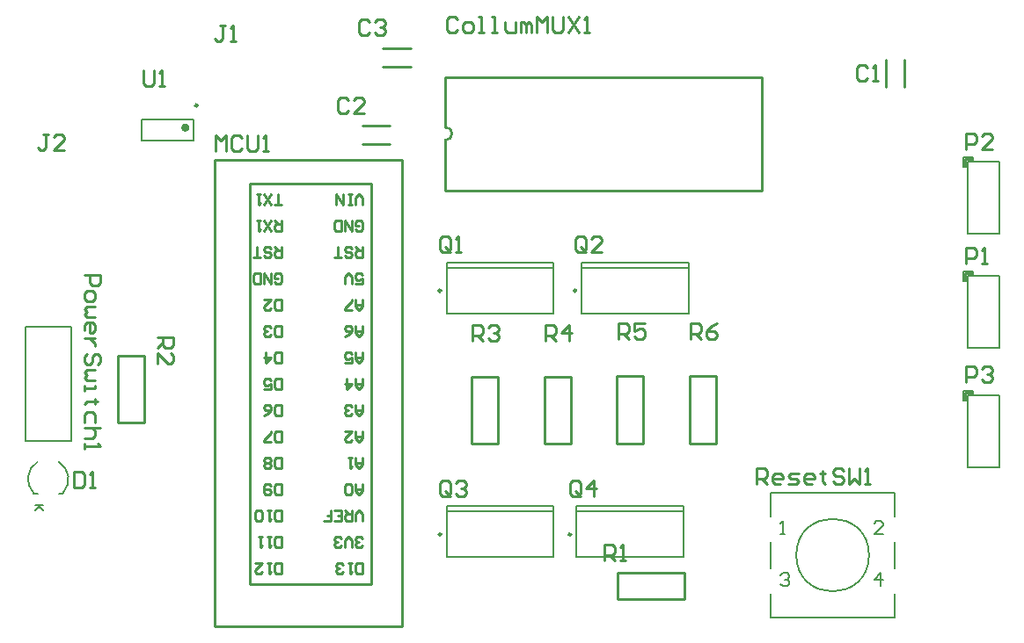
<source format=gto>
G04 Layer_Color=15132400*
%FSLAX43Y43*%
%MOMM*%
G71*
G01*
G75*
%ADD11C,0.254*%
%ADD12C,0.250*%
%ADD28C,0.127*%
%ADD29C,0.400*%
%ADD30C,0.200*%
%ADD31C,0.178*%
%ADD32C,0.152*%
D11*
X42730Y46985D02*
G03*
X42730Y48255I0J635D01*
G01*
Y46985D02*
G03*
X42730Y48255I0J635D01*
G01*
X59278Y2730D02*
Y5270D01*
Y2730D02*
X65755D01*
Y5270D01*
X59278D02*
X65755D01*
X47770Y17745D02*
Y24222D01*
X45230Y17745D02*
X47770D01*
X45230D02*
Y24222D01*
X47770D01*
X54770Y17745D02*
Y24222D01*
X52230Y17745D02*
X54770D01*
X52230D02*
Y24222D01*
X54770D01*
X59230Y17778D02*
Y24255D01*
X61770D01*
Y17778D02*
Y24255D01*
X59230Y17778D02*
X61770D01*
X66230D02*
Y24255D01*
X68770D01*
Y17778D02*
Y24255D01*
X66230Y17778D02*
X68770D01*
X11230Y19778D02*
X13770D01*
Y26255D01*
X11230D02*
X13770D01*
X11230Y19778D02*
Y26255D01*
X36730Y54111D02*
X39397D01*
X36730Y55889D02*
X39397D01*
X42730Y42159D02*
Y46985D01*
Y48255D02*
Y53081D01*
X73210D01*
Y42159D02*
Y53081D01*
X42730Y42159D02*
X73210D01*
X42730D02*
Y46985D01*
Y48255D02*
Y53081D01*
X73210D01*
Y42159D02*
Y53081D01*
X42730Y42159D02*
X73210D01*
X34730Y46611D02*
X37397D01*
X34730Y48389D02*
X37397D01*
X35596Y4196D02*
Y4704D01*
X23912Y4196D02*
X35596D01*
X23912D02*
Y42804D01*
X35596D01*
Y4704D02*
Y42804D01*
X20483Y132D02*
X38517D01*
X20483D02*
Y45090D01*
X38517D01*
Y132D02*
Y45090D01*
X85111Y52103D02*
Y54770D01*
X86889Y52103D02*
Y54770D01*
X66356Y27785D02*
Y29309D01*
X67118D01*
X67372Y29055D01*
Y28547D01*
X67118Y28293D01*
X66356D01*
X66864D02*
X67372Y27785D01*
X68895Y29309D02*
X68388Y29055D01*
X67880Y28547D01*
Y28039D01*
X68134Y27785D01*
X68641D01*
X68895Y28039D01*
Y28293D01*
X68641Y28547D01*
X67880D01*
X59346Y27785D02*
Y29309D01*
X60108D01*
X60361Y29055D01*
Y28547D01*
X60108Y28293D01*
X59346D01*
X59854D02*
X60361Y27785D01*
X61885Y29309D02*
X60869D01*
Y28547D01*
X61377Y28801D01*
X61631D01*
X61885Y28547D01*
Y28039D01*
X61631Y27785D01*
X61123D01*
X60869Y28039D01*
X52361Y27633D02*
Y29156D01*
X53123D01*
X53376Y28902D01*
Y28394D01*
X53123Y28140D01*
X52361D01*
X52869D02*
X53376Y27633D01*
X54646D02*
Y29156D01*
X53884Y28394D01*
X54900D01*
X45350Y27633D02*
Y29156D01*
X46112D01*
X46366Y28902D01*
Y28394D01*
X46112Y28140D01*
X45350D01*
X45858D02*
X46366Y27633D01*
X46874Y28902D02*
X47128Y29156D01*
X47636D01*
X47890Y28902D01*
Y28648D01*
X47636Y28394D01*
X47382D01*
X47636D01*
X47890Y28140D01*
Y27887D01*
X47636Y27633D01*
X47128D01*
X46874Y27887D01*
X55713Y12951D02*
Y13967D01*
X55459Y14221D01*
X54952D01*
X54698Y13967D01*
Y12951D01*
X54952Y12697D01*
X55459D01*
X55205Y13205D02*
X55713Y12697D01*
X55459D02*
X55713Y12951D01*
X56983Y12697D02*
Y14221D01*
X56221Y13459D01*
X57237D01*
X43216Y12951D02*
Y13967D01*
X42963Y14221D01*
X42455D01*
X42201Y13967D01*
Y12951D01*
X42455Y12697D01*
X42963D01*
X42709Y13205D02*
X43216Y12697D01*
X42963D02*
X43216Y12951D01*
X43724Y13967D02*
X43978Y14221D01*
X44486D01*
X44740Y13967D01*
Y13713D01*
X44486Y13459D01*
X44232D01*
X44486D01*
X44740Y13205D01*
Y12951D01*
X44486Y12697D01*
X43978D01*
X43724Y12951D01*
X56221Y36472D02*
Y37487D01*
X55967Y37741D01*
X55460D01*
X55206Y37487D01*
Y36472D01*
X55460Y36218D01*
X55967D01*
X55713Y36726D02*
X56221Y36218D01*
X55967D02*
X56221Y36472D01*
X57745Y36218D02*
X56729D01*
X57745Y37233D01*
Y37487D01*
X57491Y37741D01*
X56983D01*
X56729Y37487D01*
X43216Y36472D02*
Y37487D01*
X42963Y37741D01*
X42455D01*
X42201Y37487D01*
Y36472D01*
X42455Y36218D01*
X42963D01*
X42709Y36726D02*
X43216Y36218D01*
X42963D02*
X43216Y36472D01*
X43724Y36218D02*
X44232D01*
X43978D01*
Y37741D01*
X43724Y37487D01*
X33387Y50873D02*
X33133Y51127D01*
X32625D01*
X32371Y50873D01*
Y49858D01*
X32625Y49604D01*
X33133D01*
X33387Y49858D01*
X34910Y49604D02*
X33895D01*
X34910Y50619D01*
Y50873D01*
X34656Y51127D01*
X34148D01*
X33895Y50873D01*
X35393Y58366D02*
X35139Y58620D01*
X34632D01*
X34378Y58366D01*
Y57351D01*
X34632Y57097D01*
X35139D01*
X35393Y57351D01*
X35901Y58366D02*
X36155Y58620D01*
X36663D01*
X36917Y58366D01*
Y58112D01*
X36663Y57858D01*
X36409D01*
X36663D01*
X36917Y57604D01*
Y57351D01*
X36663Y57097D01*
X36155D01*
X35901Y57351D01*
X43877Y58646D02*
X43623Y58900D01*
X43115D01*
X42861Y58646D01*
Y57630D01*
X43115Y57376D01*
X43623D01*
X43877Y57630D01*
X44639Y57376D02*
X45146D01*
X45400Y57630D01*
Y58138D01*
X45146Y58392D01*
X44639D01*
X44385Y58138D01*
Y57630D01*
X44639Y57376D01*
X45908D02*
X46416D01*
X46162D01*
Y58900D01*
X45908D01*
X47178Y57376D02*
X47686D01*
X47432D01*
Y58900D01*
X47178D01*
X48447Y58392D02*
Y57630D01*
X48701Y57376D01*
X49463D01*
Y58392D01*
X49971Y57376D02*
Y58392D01*
X50225D01*
X50479Y58138D01*
Y57376D01*
Y58138D01*
X50733Y58392D01*
X50987Y58138D01*
Y57376D01*
X51494D02*
Y58900D01*
X52002Y58392D01*
X52510Y58900D01*
Y57376D01*
X53018Y58900D02*
Y57630D01*
X53272Y57376D01*
X53780D01*
X54034Y57630D01*
Y58900D01*
X54541D02*
X55557Y57376D01*
Y58900D02*
X54541Y57376D01*
X56065D02*
X56573D01*
X56319D01*
Y58900D01*
X56065Y58646D01*
X7000Y15024D02*
Y13500D01*
X7762D01*
X8016Y13754D01*
Y14770D01*
X7762Y15024D01*
X7000D01*
X8524Y13500D02*
X9031D01*
X8777D01*
Y15024D01*
X8524Y14770D01*
X21516Y58024D02*
X21008D01*
X21262D01*
Y56754D01*
X21008Y56500D01*
X20754D01*
X20500Y56754D01*
X22024Y56500D02*
X22531D01*
X22277D01*
Y58024D01*
X22024Y57770D01*
X4516Y47524D02*
X4008D01*
X4262D01*
Y46254D01*
X4008Y46000D01*
X3754D01*
X3500Y46254D01*
X6039Y46000D02*
X5024D01*
X6039Y47016D01*
Y47270D01*
X5785Y47524D01*
X5277D01*
X5024Y47270D01*
X20611Y45971D02*
Y47495D01*
X21119Y46987D01*
X21626Y47495D01*
Y45971D01*
X23150Y47241D02*
X22896Y47495D01*
X22388D01*
X22134Y47241D01*
Y46225D01*
X22388Y45971D01*
X22896D01*
X23150Y46225D01*
X23658Y47495D02*
Y46225D01*
X23912Y45971D01*
X24420D01*
X24673Y46225D01*
Y47495D01*
X25181Y45971D02*
X25689D01*
X25435D01*
Y47495D01*
X25181Y47241D01*
X92798Y35126D02*
Y36649D01*
X93559D01*
X93813Y36395D01*
Y35887D01*
X93559Y35633D01*
X92798D01*
X94321Y35126D02*
X94829D01*
X94575D01*
Y36649D01*
X94321Y36395D01*
X92798Y46124D02*
Y47647D01*
X93559D01*
X93813Y47393D01*
Y46886D01*
X93559Y46632D01*
X92798D01*
X95337Y46124D02*
X94321D01*
X95337Y47139D01*
Y47393D01*
X95083Y47647D01*
X94575D01*
X94321Y47393D01*
X92798Y23645D02*
Y25168D01*
X93559D01*
X93813Y24914D01*
Y24407D01*
X93559Y24153D01*
X92798D01*
X94321Y24914D02*
X94575Y25168D01*
X95083D01*
X95337Y24914D01*
Y24660D01*
X95083Y24407D01*
X94829D01*
X95083D01*
X95337Y24153D01*
Y23899D01*
X95083Y23645D01*
X94575D01*
X94321Y23899D01*
X8000Y34000D02*
X9524D01*
Y33238D01*
X9270Y32984D01*
X8762D01*
X8508Y33238D01*
Y34000D01*
X8000Y32223D02*
Y31715D01*
X8254Y31461D01*
X8762D01*
X9016Y31715D01*
Y32223D01*
X8762Y32476D01*
X8254D01*
X8000Y32223D01*
X9016Y30953D02*
X8254D01*
X8000Y30699D01*
X8254Y30445D01*
X8000Y30191D01*
X8254Y29937D01*
X9016D01*
X8000Y28668D02*
Y29176D01*
X8254Y29429D01*
X8762D01*
X9016Y29176D01*
Y28668D01*
X8762Y28414D01*
X8508D01*
Y29429D01*
X9016Y27906D02*
X8000D01*
X8508D01*
X8762Y27652D01*
X9016Y27398D01*
Y27144D01*
X9270Y25367D02*
X9524Y25621D01*
Y26129D01*
X9270Y26382D01*
X9016D01*
X8762Y26129D01*
Y25621D01*
X8508Y25367D01*
X8254D01*
X8000Y25621D01*
Y26129D01*
X8254Y26382D01*
X9016Y24859D02*
X8254D01*
X8000Y24605D01*
X8254Y24351D01*
X8000Y24097D01*
X8254Y23843D01*
X9016D01*
X8000Y23335D02*
Y22828D01*
Y23082D01*
X9016D01*
Y23335D01*
X9270Y21812D02*
X9016D01*
Y22066D01*
Y21558D01*
Y21812D01*
X8254D01*
X8000Y21558D01*
X9016Y19781D02*
Y20542D01*
X8762Y20796D01*
X8254D01*
X8000Y20542D01*
Y19781D01*
X9524Y19273D02*
X8000D01*
X8762D01*
X9016Y19019D01*
Y18511D01*
X8762Y18257D01*
X8000D01*
Y17749D02*
Y17241D01*
Y17495D01*
X9524D01*
X9270Y17749D01*
X15000Y28000D02*
X16524D01*
Y27238D01*
X16270Y26984D01*
X15762D01*
X15508Y27238D01*
Y28000D01*
Y27492D02*
X15000Y26984D01*
Y25461D02*
Y26476D01*
X16016Y25461D01*
X16270D01*
X16524Y25715D01*
Y26223D01*
X16270Y26476D01*
X58000Y6500D02*
Y8024D01*
X58762D01*
X59016Y7770D01*
Y7262D01*
X58762Y7008D01*
X58000D01*
X58508D02*
X59016Y6500D01*
X59524D02*
X60031D01*
X59777D01*
Y8024D01*
X59524Y7770D01*
X72681Y13815D02*
Y15339D01*
X73443D01*
X73696Y15085D01*
Y14577D01*
X73443Y14323D01*
X72681D01*
X73189D02*
X73696Y13815D01*
X74966D02*
X74458D01*
X74204Y14069D01*
Y14577D01*
X74458Y14831D01*
X74966D01*
X75220Y14577D01*
Y14323D01*
X74204D01*
X75728Y13815D02*
X76490D01*
X76743Y14069D01*
X76490Y14323D01*
X75982D01*
X75728Y14577D01*
X75982Y14831D01*
X76743D01*
X78013Y13815D02*
X77505D01*
X77251Y14069D01*
Y14577D01*
X77505Y14831D01*
X78013D01*
X78267Y14577D01*
Y14323D01*
X77251D01*
X79029Y15085D02*
Y14831D01*
X78775D01*
X79283D01*
X79029D01*
Y14069D01*
X79283Y13815D01*
X81060Y15085D02*
X80806Y15339D01*
X80298D01*
X80044Y15085D01*
Y14831D01*
X80298Y14577D01*
X80806D01*
X81060Y14323D01*
Y14069D01*
X80806Y13815D01*
X80298D01*
X80044Y14069D01*
X81568Y15339D02*
Y13815D01*
X82076Y14323D01*
X82584Y13815D01*
Y15339D01*
X83091Y13815D02*
X83599D01*
X83345D01*
Y15339D01*
X83091Y15085D01*
X13626Y53718D02*
Y52448D01*
X13880Y52194D01*
X14388D01*
X14641Y52448D01*
Y53718D01*
X15149Y52194D02*
X15657D01*
X15403D01*
Y53718D01*
X15149Y53464D01*
X83316Y53970D02*
X83062Y54224D01*
X82554D01*
X82300Y53970D01*
Y52954D01*
X82554Y52700D01*
X83062D01*
X83316Y52954D01*
X83824Y52700D02*
X84331D01*
X84077D01*
Y54224D01*
X83824Y53970D01*
X26960Y5212D02*
Y6228D01*
X26452D01*
X26283Y6059D01*
Y5382D01*
X26452Y5212D01*
X26960D01*
X25944Y6228D02*
X25606D01*
X25775D01*
Y5212D01*
X25944Y5382D01*
X24421Y6228D02*
X25098D01*
X24421Y5551D01*
Y5382D01*
X24590Y5212D01*
X24929D01*
X25098Y5382D01*
X26960Y7752D02*
Y8768D01*
X26452D01*
X26283Y8599D01*
Y7922D01*
X26452Y7752D01*
X26960D01*
X25944Y8768D02*
X25606D01*
X25775D01*
Y7752D01*
X25944Y7922D01*
X25098Y8768D02*
X24759D01*
X24929D01*
Y7752D01*
X25098Y7922D01*
X26960Y10292D02*
Y11308D01*
X26452D01*
X26283Y11139D01*
Y10462D01*
X26452Y10292D01*
X26960D01*
X25944Y11308D02*
X25606D01*
X25775D01*
Y10292D01*
X25944Y10462D01*
X25098D02*
X24929Y10292D01*
X24590D01*
X24421Y10462D01*
Y11139D01*
X24590Y11308D01*
X24929D01*
X25098Y11139D01*
Y10462D01*
X26960Y17912D02*
Y18928D01*
X26452D01*
X26283Y18759D01*
Y18082D01*
X26452Y17912D01*
X26960D01*
X25944D02*
X25267D01*
Y18082D01*
X25944Y18759D01*
Y18928D01*
X26960Y15372D02*
Y16388D01*
X26452D01*
X26283Y16219D01*
Y15542D01*
X26452Y15372D01*
X26960D01*
X25944Y15542D02*
X25775Y15372D01*
X25436D01*
X25267Y15542D01*
Y15711D01*
X25436Y15880D01*
X25267Y16049D01*
Y16219D01*
X25436Y16388D01*
X25775D01*
X25944Y16219D01*
Y16049D01*
X25775Y15880D01*
X25944Y15711D01*
Y15542D01*
X25775Y15880D02*
X25436D01*
X26960Y12832D02*
Y13848D01*
X26452D01*
X26283Y13679D01*
Y13002D01*
X26452Y12832D01*
X26960D01*
X25944Y13679D02*
X25775Y13848D01*
X25436D01*
X25267Y13679D01*
Y13002D01*
X25436Y12832D01*
X25775D01*
X25944Y13002D01*
Y13171D01*
X25775Y13340D01*
X25267D01*
X26960Y25532D02*
Y26548D01*
X26452D01*
X26283Y26379D01*
Y25702D01*
X26452Y25532D01*
X26960D01*
X25436Y26548D02*
Y25532D01*
X25944Y26040D01*
X25267D01*
X26960Y22992D02*
Y24008D01*
X26452D01*
X26283Y23839D01*
Y23162D01*
X26452Y22992D01*
X26960D01*
X25267D02*
X25944D01*
Y23500D01*
X25606Y23331D01*
X25436D01*
X25267Y23500D01*
Y23839D01*
X25436Y24008D01*
X25775D01*
X25944Y23839D01*
X26960Y20452D02*
Y21468D01*
X26452D01*
X26283Y21299D01*
Y20622D01*
X26452Y20452D01*
X26960D01*
X25267D02*
X25606Y20622D01*
X25944Y20960D01*
Y21299D01*
X25775Y21468D01*
X25436D01*
X25267Y21299D01*
Y21129D01*
X25436Y20960D01*
X25944D01*
X26283Y33322D02*
X26452Y33152D01*
X26791D01*
X26960Y33322D01*
Y33999D01*
X26791Y34168D01*
X26452D01*
X26283Y33999D01*
Y33660D01*
X26621D01*
X25944Y34168D02*
Y33152D01*
X25267Y34168D01*
Y33152D01*
X24929D02*
Y34168D01*
X24421D01*
X24252Y33999D01*
Y33322D01*
X24421Y33152D01*
X24929D01*
X26960Y30612D02*
Y31628D01*
X26452D01*
X26283Y31459D01*
Y30782D01*
X26452Y30612D01*
X26960D01*
X25267Y31628D02*
X25944D01*
X25267Y30951D01*
Y30782D01*
X25436Y30612D01*
X25775D01*
X25944Y30782D01*
X26960Y28072D02*
Y29088D01*
X26452D01*
X26283Y28919D01*
Y28242D01*
X26452Y28072D01*
X26960D01*
X25944Y28242D02*
X25775Y28072D01*
X25436D01*
X25267Y28242D01*
Y28411D01*
X25436Y28580D01*
X25606D01*
X25436D01*
X25267Y28749D01*
Y28919D01*
X25436Y29088D01*
X25775D01*
X25944Y28919D01*
X26960Y40772D02*
X26283D01*
X26621D01*
Y41788D01*
X25944Y40772D02*
X25267Y41788D01*
Y40772D02*
X25944Y41788D01*
X24929D02*
X24590D01*
X24759D01*
Y40772D01*
X24929Y40942D01*
X26960Y39248D02*
Y38232D01*
X26452D01*
X26283Y38402D01*
Y38740D01*
X26452Y38909D01*
X26960D01*
X26621D02*
X26283Y39248D01*
X25944Y38232D02*
X25267Y39248D01*
Y38232D02*
X25944Y39248D01*
X24929D02*
X24590D01*
X24759D01*
Y38232D01*
X24929Y38402D01*
X26960Y36708D02*
Y35692D01*
X26452D01*
X26283Y35862D01*
Y36200D01*
X26452Y36369D01*
X26960D01*
X26621D02*
X26283Y36708D01*
X25267Y35862D02*
X25436Y35692D01*
X25775D01*
X25944Y35862D01*
Y36031D01*
X25775Y36200D01*
X25436D01*
X25267Y36369D01*
Y36539D01*
X25436Y36708D01*
X25775D01*
X25944Y36539D01*
X24929Y35692D02*
X24252D01*
X24590D01*
Y36708D01*
X34707D02*
Y35692D01*
X34199D01*
X34030Y35862D01*
Y36200D01*
X34199Y36369D01*
X34707D01*
X34368D02*
X34030Y36708D01*
X33014Y35862D02*
X33183Y35692D01*
X33522D01*
X33691Y35862D01*
Y36031D01*
X33522Y36200D01*
X33183D01*
X33014Y36369D01*
Y36539D01*
X33183Y36708D01*
X33522D01*
X33691Y36539D01*
X32676Y35692D02*
X31999D01*
X32337D01*
Y36708D01*
X34030Y38402D02*
X34199Y38232D01*
X34538D01*
X34707Y38402D01*
Y39079D01*
X34538Y39248D01*
X34199D01*
X34030Y39079D01*
Y38740D01*
X34368D01*
X33691Y39248D02*
Y38232D01*
X33014Y39248D01*
Y38232D01*
X32676D02*
Y39248D01*
X32168D01*
X31999Y39079D01*
Y38402D01*
X32168Y38232D01*
X32676D01*
X34707Y40772D02*
Y41449D01*
X34368Y41788D01*
X34030Y41449D01*
Y40772D01*
X33691D02*
X33353D01*
X33522D01*
Y41788D01*
X33691D01*
X33353D01*
X32845D02*
Y40772D01*
X32168Y41788D01*
Y40772D01*
X34707Y29088D02*
Y28411D01*
X34368Y28072D01*
X34030Y28411D01*
Y29088D01*
Y28580D01*
X34707D01*
X33014Y28072D02*
X33353Y28242D01*
X33691Y28580D01*
Y28919D01*
X33522Y29088D01*
X33183D01*
X33014Y28919D01*
Y28749D01*
X33183Y28580D01*
X33691D01*
X34707Y31628D02*
Y30951D01*
X34368Y30612D01*
X34030Y30951D01*
Y31628D01*
Y31120D01*
X34707D01*
X33691Y30612D02*
X33014D01*
Y30782D01*
X33691Y31459D01*
Y31628D01*
X34030Y33152D02*
X34707D01*
Y33660D01*
X34368Y33491D01*
X34199D01*
X34030Y33660D01*
Y33999D01*
X34199Y34168D01*
X34538D01*
X34707Y33999D01*
X33691Y33152D02*
Y33829D01*
X33353Y34168D01*
X33014Y33829D01*
Y33152D01*
X34707Y21468D02*
Y20791D01*
X34368Y20452D01*
X34030Y20791D01*
Y21468D01*
Y20960D01*
X34707D01*
X33691Y20622D02*
X33522Y20452D01*
X33183D01*
X33014Y20622D01*
Y20791D01*
X33183Y20960D01*
X33353D01*
X33183D01*
X33014Y21129D01*
Y21299D01*
X33183Y21468D01*
X33522D01*
X33691Y21299D01*
X34707Y24008D02*
Y23331D01*
X34368Y22992D01*
X34030Y23331D01*
Y24008D01*
Y23500D01*
X34707D01*
X33183Y24008D02*
Y22992D01*
X33691Y23500D01*
X33014D01*
X34707Y26548D02*
Y25871D01*
X34368Y25532D01*
X34030Y25871D01*
Y26548D01*
Y26040D01*
X34707D01*
X33014Y25532D02*
X33691D01*
Y26040D01*
X33353Y25871D01*
X33183D01*
X33014Y26040D01*
Y26379D01*
X33183Y26548D01*
X33522D01*
X33691Y26379D01*
X34707Y13848D02*
Y13171D01*
X34368Y12832D01*
X34030Y13171D01*
Y13848D01*
Y13340D01*
X34707D01*
X33691Y13002D02*
X33522Y12832D01*
X33183D01*
X33014Y13002D01*
Y13679D01*
X33183Y13848D01*
X33522D01*
X33691Y13679D01*
Y13002D01*
X34707Y16388D02*
Y15711D01*
X34368Y15372D01*
X34030Y15711D01*
Y16388D01*
Y15880D01*
X34707D01*
X33691Y16388D02*
X33353D01*
X33522D01*
Y15372D01*
X33691Y15542D01*
X34707Y18928D02*
Y18251D01*
X34368Y17912D01*
X34030Y18251D01*
Y18928D01*
Y18420D01*
X34707D01*
X33014Y18928D02*
X33691D01*
X33014Y18251D01*
Y18082D01*
X33183Y17912D01*
X33522D01*
X33691Y18082D01*
X34707Y10292D02*
Y10969D01*
X34368Y11308D01*
X34030Y10969D01*
Y10292D01*
X33691Y11308D02*
Y10292D01*
X33183D01*
X33014Y10462D01*
Y10800D01*
X33183Y10969D01*
X33691D01*
X33353D02*
X33014Y11308D01*
X31999Y10292D02*
X32676D01*
Y11308D01*
X31999D01*
X32676Y10800D02*
X32337D01*
X30983Y10292D02*
X31660D01*
Y10800D01*
X31321D01*
X31660D01*
Y11308D01*
X34707Y7922D02*
X34538Y7752D01*
X34199D01*
X34030Y7922D01*
Y8091D01*
X34199Y8260D01*
X34368D01*
X34199D01*
X34030Y8429D01*
Y8599D01*
X34199Y8768D01*
X34538D01*
X34707Y8599D01*
X33691Y7752D02*
Y8429D01*
X33353Y8768D01*
X33014Y8429D01*
Y7752D01*
X32676Y7922D02*
X32506Y7752D01*
X32168D01*
X31999Y7922D01*
Y8091D01*
X32168Y8260D01*
X32337D01*
X32168D01*
X31999Y8429D01*
Y8599D01*
X32168Y8768D01*
X32506D01*
X32676Y8599D01*
X34707Y5212D02*
Y6228D01*
X34199D01*
X34030Y6059D01*
Y5382D01*
X34199Y5212D01*
X34707D01*
X33691Y6228D02*
X33353D01*
X33522D01*
Y5212D01*
X33691Y5382D01*
X32845D02*
X32676Y5212D01*
X32337D01*
X32168Y5382D01*
Y5551D01*
X32337Y5720D01*
X32506D01*
X32337D01*
X32168Y5889D01*
Y6059D01*
X32337Y6228D01*
X32676D01*
X32845Y6059D01*
D12*
X42325Y32500D02*
G03*
X42325Y32500I-125J0D01*
G01*
X55325D02*
G03*
X55325Y32500I-125J0D01*
G01*
X42325Y9000D02*
G03*
X42325Y9000I-125J0D01*
G01*
X54825D02*
G03*
X54825Y9000I-125J0D01*
G01*
X18880Y50350D02*
G03*
X18880Y50350I-125J0D01*
G01*
D28*
X83500Y7000D02*
G03*
X83500Y7000I-3500J0D01*
G01*
X92722Y44421D02*
X92849D01*
Y45056D02*
X93484D01*
X92976Y44929D02*
X96024D01*
Y37944D02*
Y44929D01*
X92976Y37944D02*
X96024D01*
X92976D02*
Y44929D01*
X92849Y44421D02*
Y45056D01*
X92722Y44421D02*
Y45183D01*
X93484D01*
Y45056D02*
Y45183D01*
Y45056D02*
Y45310D01*
X92595D02*
X93484D01*
X92595Y44421D02*
Y45310D01*
Y44421D02*
X92849D01*
X92722Y21921D02*
X92849D01*
Y22556D02*
X93484D01*
X92976Y22429D02*
X96024D01*
Y15444D02*
Y22429D01*
X92976Y15444D02*
X96024D01*
X92976D02*
Y22429D01*
X92849Y21921D02*
Y22556D01*
X92722Y21921D02*
Y22683D01*
X93484D01*
Y22556D02*
Y22683D01*
Y22556D02*
Y22810D01*
X92595D02*
X93484D01*
X92595Y21921D02*
Y22810D01*
Y21921D02*
X92849D01*
X92722Y33421D02*
X92849D01*
Y34056D02*
X93484D01*
X92976Y33929D02*
X96024D01*
Y26944D02*
Y33929D01*
X92976Y26944D02*
X96024D01*
X92976D02*
Y33929D01*
X92849Y33421D02*
Y34056D01*
X92722Y33421D02*
Y34183D01*
X93484D01*
Y34056D02*
Y34183D01*
Y34056D02*
Y34310D01*
X92595D02*
X93484D01*
X92595Y33421D02*
Y34310D01*
Y33421D02*
X92849D01*
X86000Y5750D02*
Y8250D01*
X74000Y5750D02*
Y8250D01*
Y10750D02*
Y13000D01*
Y1000D02*
Y3250D01*
X86000Y10750D02*
Y13000D01*
Y1000D02*
Y3250D01*
X74000Y1000D02*
X86000D01*
X74000Y13000D02*
X86000D01*
X74000Y1000D02*
X86000D01*
X74000Y13000D02*
X86000D01*
D29*
X17900Y48200D02*
G03*
X17900Y48200I-200J0D01*
G01*
D30*
X3478Y15994D02*
G03*
X3121Y12954I1022J-1661D01*
G01*
X5943Y13021D02*
G03*
X5522Y15994I-1443J1312D01*
G01*
X42850Y34695D02*
X53150D01*
X42850Y35195D02*
X53150D01*
X42850Y30295D02*
X53150D01*
Y35195D01*
X42850Y30295D02*
Y35195D01*
X55850Y34695D02*
X66150D01*
X55850Y35195D02*
X66150D01*
X55850Y30295D02*
X66150D01*
Y35195D01*
X55850Y30295D02*
Y35195D01*
X42850Y11195D02*
X53150D01*
X42850Y11695D02*
X53150D01*
X42850Y6795D02*
X53150D01*
Y11695D01*
X42850Y6795D02*
Y11695D01*
X55350Y11195D02*
X65650D01*
X55350Y11695D02*
X65650D01*
X55350Y6795D02*
X65650D01*
Y11695D01*
X55350Y6795D02*
Y11695D01*
X13500Y49000D02*
X18500D01*
X13500Y47000D02*
X18500D01*
Y49000D01*
X13500Y47000D02*
Y49000D01*
X5858Y12936D02*
X5943Y13021D01*
X3121Y12936D02*
X3484D01*
X5516D02*
X5858D01*
X75000Y9000D02*
X75423D01*
X75212D01*
Y10270D01*
X75000Y10058D01*
X84846Y9000D02*
X84000D01*
X84846Y9846D01*
Y10058D01*
X84635Y10270D01*
X84212D01*
X84000Y10058D01*
X75000Y5058D02*
X75212Y5270D01*
X75635D01*
X75846Y5058D01*
Y4846D01*
X75635Y4635D01*
X75423D01*
X75635D01*
X75846Y4423D01*
Y4212D01*
X75635Y4000D01*
X75212D01*
X75000Y4212D01*
X84635Y4000D02*
Y5270D01*
X84000Y4635D01*
X84846D01*
D31*
X6700Y18000D02*
Y29000D01*
X2300Y18000D02*
X6700D01*
X2300D02*
Y29000D01*
X6700D01*
D32*
X3992Y11793D02*
X3230D01*
X3484D01*
X3992Y11285D01*
X3611Y11666D01*
X3230Y11285D01*
M02*

</source>
